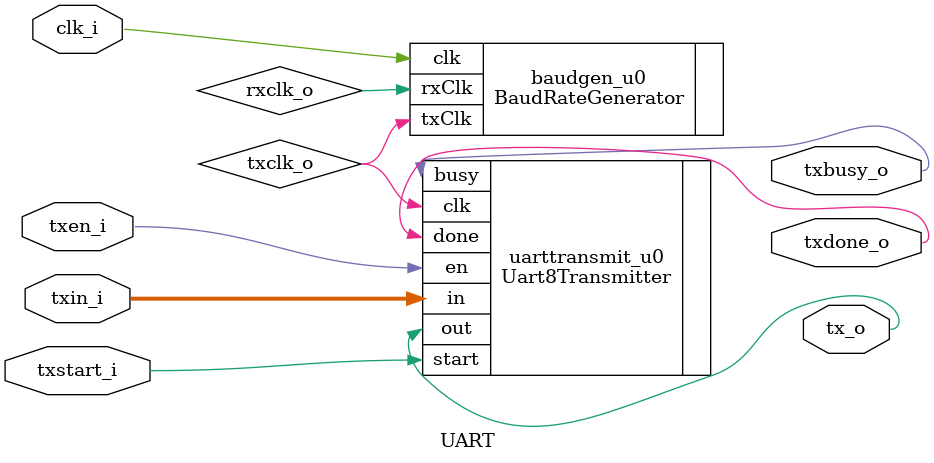
<source format=v>
module UART(
	//Señales generales
	input	clk_i,
	//Señales Tx (transmisión)
	output wire tx_o, //Transmisión
	input txen_i,		//Habilitación de transmisión
	input txstart_i, 	//Señal de inicio
	input [7:0] txin_i,
	output txdone_o,
	output txbusy_o
);

	wire txclk_o;
	wire rxclk_o;

BaudRateGenerator #(
    .CLOCK_RATE 	(50000000), // board internal clock (def == 100MHz)
    .BAUD_RATE  	(9600)
)	
baudgen_u0 (
    .clk		(clk_i), // board clock
    .rxClk	(rxclk_o), // baud rate for rx
    .txClk	(txclk_o) // baud rate for tx
);

Uart8Transmitter uarttransmit_u0(
    .clk		(txclk_o),   	// baud rate
    .en		(txen_i),// enable
    .start	(txstart_i),// start of transaction
    .in		(txin_i),   	// data to transmit
    .out		(tx_o),  // tx
    .done	(txdone_o),  		// end on transaction
    .busy   (txbusy_o)			// transaction is in process
);

endmodule
</source>
